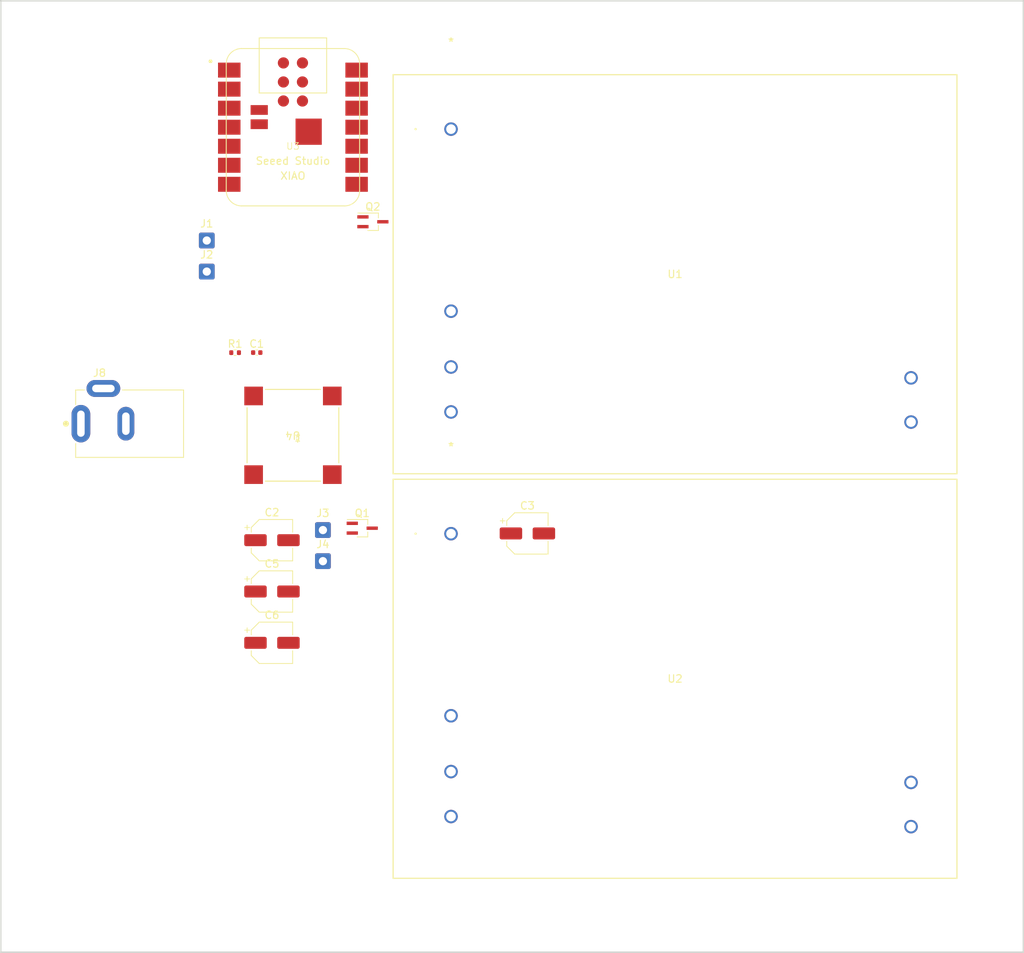
<source format=kicad_pcb>
(kicad_pcb (version 20221018) (generator pcbnew)
  (layers (0 "F.Cu" signal) (31 "B.Cu" signal) (34 "B.Paste" user) (35 "F.Paste" user) (36 "B.SilkS" user "B.Silkscreen") (37 "F.SilkS" user "F.Silkscreen") (38 "B.Mask" user) (39 "F.Mask" user) (44 "Edge.Cuts" user))
  (net 0 "")
  (net 1 "Net-(J5-Pin_2)")
  (net 2 "GND")
  (net 4 "+24V")
  (net 5 "Net-(J1-Pin_1)")
  (net 6 "Net-(J2-Pin_1)")
  (net 7 "Net-(Q2-D)")
  (net 8 "+5V")
  (net 9 "Net-(J3-Pin_1)")
  (net 10 "Net-(J4-Pin_1)")
  (net 11 "/ORANGE_INPUT")
  (net 12 "Net-(Q1-D)")
  (net 13 "/BLUE_INPUT")
  (net 26 "/UART_TX")
  (net 27 "/UART_RX")
  (net 28 "Net-(D1-K)")
  (footprint "Capacitor_SMD:CP_Elec_5x5.3" (layer "F.Cu") (at 89.7 96.5)
    (fp_text reference "C2" (at 0 -3.7) (layer "F.SilkS"))
    (fp_text value "10uF")
    (fp_line (start -3.625 -1.685) (end -3 -1.685) (stroke (width 0.12)) (layer "F.SilkS"))
    (fp_line (start -3.3125 -1.9975) (end -3.3125 -1.3725) (stroke (width 0.12)) (layer "F.SilkS"))
    (fp_line (start -2.76 -1.695563) (end -2.76 -1.06) (stroke (width 0.12)) (layer "F.SilkS"))
    (fp_line (start -2.76 -1.695563) (end -1.695563 -2.76) (stroke (width 0.12)) (layer "F.SilkS"))
    (fp_line (start -2.76 1.695563) (end -2.76 1.06) (stroke (width 0.12)) (layer "F.SilkS"))
    (fp_line (start -2.76 1.695563) (end -1.695563 2.76) (stroke (width 0.12)) (layer "F.SilkS"))
    (fp_line (start -1.695563 -2.76) (end 2.76 -2.76) (stroke (width 0.12)) (layer "F.SilkS"))
    (fp_line (start -1.695563 2.76) (end 2.76 2.76) (stroke (width 0.12)) (layer "F.SilkS"))
    (fp_line (start 2.76 -2.76) (end 2.76 -1.06) (stroke (width 0.12)) (layer "F.SilkS"))
    (fp_line (start 2.76 2.76) (end 2.76 1.06) (stroke (width 0.12)) (layer "F.SilkS"))
    (pad "1" smd roundrect (at -2.2 0) (size 3 1.6) (layers "F.Cu" "F.Paste" "F.Mask") (roundrect_rratio 0.15625) (net 8 "+5V"))
    (pad "2" smd roundrect (at 2.2 0) (size 3 1.6) (layers "F.Cu" "F.Paste" "F.Mask") (roundrect_rratio 0.15625) (net 2 "GND"))
  )
  (footprint "Connector_Wire:SolderWire-0.5sqmm_1x01_D0.9mm_OD2.1mm" (layer "F.Cu") (at 96.5 95.15)
    (fp_text reference "J3" (at 0 -2.25) (layer "F.SilkS"))
    (fp_text value "Conn_01x01")
    (pad "1" thru_hole roundrect (at 0 0) (size 2.1 2.1) (drill 1.1) (layers "*.Cu" "*.Mask") (roundrect_rratio 0.119048) (net 9 "Net-(J3-Pin_1)"))
  )
  (footprint "sunlight_pcb:DIP6_LDH-65_MWU" (layer "F.Cu") (at 113.599996 95.635101)
    (fp_text reference "U2" (at 29.900004 19.364899 unlocked) (layer "F.SilkS"))
    (fp_text value "LDH-65-700")
    (fp_text user "*" (at 0 -11.62667) (layer "F.SilkS"))
    (fp_text user "*" (at 0 -11.62667 unlocked) (layer "F.SilkS"))
    (fp_line (start -7.730096 -7.267001) (end -7.730096 45.996799) (stroke (width 0.1524)) (layer "F.SilkS"))
    (fp_line (start -7.730096 45.996799) (end 67.530104 45.996799) (stroke (width 0.1524)) (layer "F.SilkS"))
    (fp_line (start 67.530104 -7.267001) (end -7.730096 -7.267001) (stroke (width 0.1524)) (layer "F.SilkS"))
    (fp_line (start 67.530104 45.996799) (end 67.530104 -7.267001) (stroke (width 0.1524)) (layer "F.SilkS"))
    (fp_circle (center -4.728301 0) (end -4.652101 0) (stroke (width 0.1524)) (fill none) (layer "F.SilkS"))
    (pad "1" thru_hole circle (at 0.000001 0) (size 1.8034 1.8034) (drill 1.2954) (layers "*.Cu" "*.Mask") (net 4 "+24V"))
    (pad "2" thru_hole circle (at 0.000001 24.299999) (size 1.8034 1.8034) (drill 1.2954) (layers "*.Cu" "*.Mask") (net 2 "GND"))
    (pad "3" thru_hole circle (at 0.000001 31.75) (size 1.8034 1.8034) (drill 1.2954) (layers "*.Cu" "*.Mask") (net 2 "GND"))
    (pad "4" thru_hole circle (at 0.000001 37.75) (size 1.8034 1.8034) (drill 1.2954) (layers "*.Cu" "*.Mask") (net 12 "Net-(Q1-D)"))
    (pad "5" thru_hole circle (at 61.400001 39.1) (size 1.8034 1.8034) (drill 1.2954) (layers "*.Cu" "*.Mask") (net 10 "Net-(J4-Pin_1)"))
    (pad "6" thru_hole circle (at 61.400001 33.2) (size 1.8034 1.8034) (drill 1.2954) (layers "*.Cu" "*.Mask") (net 9 "Net-(J3-Pin_1)"))
  )
  (footprint "Capacitor_SMD:CP_Elec_5x5.3" (layer "F.Cu") (at 123.795 95.6)
    (fp_text reference "C3" (at 0 -3.7) (layer "F.SilkS"))
    (fp_text value "10uF")
    (fp_line (start -3.625 -1.685) (end -3 -1.685) (stroke (width 0.12)) (layer "F.SilkS"))
    (fp_line (start -3.3125 -1.9975) (end -3.3125 -1.3725) (stroke (width 0.12)) (layer "F.SilkS"))
    (fp_line (start -2.76 -1.695563) (end -2.76 -1.06) (stroke (width 0.12)) (layer "F.SilkS"))
    (fp_line (start -2.76 -1.695563) (end -1.695563 -2.76) (stroke (width 0.12)) (layer "F.SilkS"))
    (fp_line (start -2.76 1.695563) (end -2.76 1.06) (stroke (width 0.12)) (layer "F.SilkS"))
    (fp_line (start -2.76 1.695563) (end -1.695563 2.76) (stroke (width 0.12)) (layer "F.SilkS"))
    (fp_line (start -1.695563 -2.76) (end 2.76 -2.76) (stroke (width 0.12)) (layer "F.SilkS"))
    (fp_line (start -1.695563 2.76) (end 2.76 2.76) (stroke (width 0.12)) (layer "F.SilkS"))
    (fp_line (start 2.76 -2.76) (end 2.76 -1.06) (stroke (width 0.12)) (layer "F.SilkS"))
    (fp_line (start 2.76 2.76) (end 2.76 1.06) (stroke (width 0.12)) (layer "F.SilkS"))
    (pad "1" smd roundrect (at -2.2 0) (size 3 1.6) (layers "F.Cu" "F.Paste" "F.Mask") (roundrect_rratio 0.15625) (net 4 "+24V"))
    (pad "2" smd roundrect (at 2.2 0) (size 3 1.6) (layers "F.Cu" "F.Paste" "F.Mask") (roundrect_rratio 0.15625) (net 2 "GND"))
  )
  (footprint "Resistor_SMD:R_0402_1005Metric" (layer "F.Cu") (at 84.78 71.47)
    (fp_text reference "R1" (at 0 -1.17) (layer "F.SilkS"))
    (fp_text value "1k")
    (fp_line (start -0.153641 -0.38) (end 0.153641 -0.38) (stroke (width 0.12)) (layer "F.SilkS"))
    (fp_line (start -0.153641 0.38) (end 0.153641 0.38) (stroke (width 0.12)) (layer "F.SilkS"))
    (pad "1" smd roundrect (at -0.51 0) (size 0.54 0.64) (layers "F.Cu" "F.Paste" "F.Mask") (net 2 "GND"))
    (pad "2" smd roundrect (at 0.51 0) (size 0.54 0.64) (layers "F.Cu" "F.Paste" "F.Mask") (net 1 "Net-(J5-Pin_2)"))
  )
  (footprint "Connector_Wire:SolderWire-0.5sqmm_1x01_D0.9mm_OD2.1mm" (layer "F.Cu") (at 81 60.65)
    (fp_text reference "J2" (at 0 -2.25) (layer "F.SilkS"))
    (fp_text value "Conn_01x01")
    (pad "1" thru_hole roundrect (at 0 0) (size 2.1 2.1) (drill 1.1) (layers "*.Cu" "*.Mask") (roundrect_rratio 0.119048) (net 6 "Net-(J2-Pin_1)"))
  )
  (footprint "Capacitor_SMD:CP_Elec_5x5.3" (layer "F.Cu") (at 89.7 110.2)
    (fp_text reference "C6" (at 0 -3.7) (layer "F.SilkS"))
    (fp_text value "10uF")
    (fp_line (start -3.625 -1.685) (end -3 -1.685) (stroke (width 0.12)) (layer "F.SilkS"))
    (fp_line (start -3.3125 -1.9975) (end -3.3125 -1.3725) (stroke (width 0.12)) (layer "F.SilkS"))
    (fp_line (start -2.76 -1.695563) (end -2.76 -1.06) (stroke (width 0.12)) (layer "F.SilkS"))
    (fp_line (start -2.76 -1.695563) (end -1.695563 -2.76) (stroke (width 0.12)) (layer "F.SilkS"))
    (fp_line (start -2.76 1.695563) (end -2.76 1.06) (stroke (width 0.12)) (layer "F.SilkS"))
    (fp_line (start -2.76 1.695563) (end -1.695563 2.76) (stroke (width 0.12)) (layer "F.SilkS"))
    (fp_line (start -1.695563 -2.76) (end 2.76 -2.76) (stroke (width 0.12)) (layer "F.SilkS"))
    (fp_line (start -1.695563 2.76) (end 2.76 2.76) (stroke (width 0.12)) (layer "F.SilkS"))
    (fp_line (start 2.76 -2.76) (end 2.76 -1.06) (stroke (width 0.12)) (layer "F.SilkS"))
    (fp_line (start 2.76 2.76) (end 2.76 1.06) (stroke (width 0.12)) (layer "F.SilkS"))
    (pad "1" smd roundrect (at -2.2 0) (size 3 1.6) (layers "F.Cu" "F.Paste" "F.Mask") (roundrect_rratio 0.15625) (net 4 "+24V"))
    (pad "2" smd roundrect (at 2.2 0) (size 3 1.6) (layers "F.Cu" "F.Paste" "F.Mask") (roundrect_rratio 0.15625) (net 2 "GND"))
  )
  (footprint "Connector_Wire:SolderWire-0.5sqmm_1x01_D0.9mm_OD2.1mm" (layer "F.Cu") (at 81 56.5)
    (fp_text reference "J1" (at 0 -2.25) (layer "F.SilkS"))
    (fp_text value "Conn_01x01")
    (pad "1" thru_hole roundrect (at 0 0) (size 2.1 2.1) (drill 1.1) (layers "*.Cu" "*.Mask") (roundrect_rratio 0.119048) (net 5 "Net-(J1-Pin_1)"))
  )
  (footprint "sunlight_pcb:CUI_PJ-002AH" (layer "F.Cu") (at 64.2 80.95)
    (fp_text reference "J8" (at 2.485118 -6.76532) (layer "F.SilkS") (effects (font (size 1.000047 1.000047))))
    (fp_text value "PJ-002AH")
    (fp_line (start -0.7 -4.5) (end 0.45 -4.5) (stroke (width 0.127)) (layer "F.SilkS"))
    (fp_line (start -0.7 -2.55) (end -0.7 -4.5) (stroke (width 0.127)) (layer "F.SilkS"))
    (fp_line (start -0.7 4.5) (end -0.7 2.65) (stroke (width 0.127)) (layer "F.SilkS"))
    (fp_line (start 5.55 -4.5) (end 13.7 -4.5) (stroke (width 0.127)) (layer "F.SilkS"))
    (fp_line (start 13.7 -4.5) (end 13.7 4.5) (stroke (width 0.127)) (layer "F.SilkS"))
    (fp_line (start 13.7 4.5) (end -0.7 4.5) (stroke (width 0.127)) (layer "F.SilkS"))
    (fp_circle (center -2 0) (end -1.8 0) (stroke (width 0.4)) (fill none) (layer "F.SilkS"))
    (pad "1" thru_hole oval (at 0 0) (size 2.5 5) (drill oval 1 3.5) (layers "*.Cu" "*.Mask") (net 4 "+24V"))
    (pad "2" thru_hole oval (at 6 0) (size 2.25 4.5) (drill oval 1 3) (layers "*.Cu" "*.Mask") (net 2 "GND"))
    (pad "3" thru_hole oval (at 3 -4.7) (size 4.5 2.25) (drill oval 3 1) (layers "*.Cu" "*.Mask"))
  )
  (footprint "sunlight_pcb:DIP6_LDH-65_MWU" (layer "F.Cu") (at 113.599996 41.635101)
    (fp_text reference "U1" (at 29.900004 19.364899 unlocked) (layer "F.SilkS"))
    (fp_text value "LDH-65-700")
    (fp_text user "*" (at 0 -11.62667) (layer "F.SilkS"))
    (fp_text user "*" (at 0 -11.62667 unlocked) (layer "F.SilkS"))
    (fp_line (start -7.730096 -7.267001) (end -7.730096 45.996799) (stroke (width 0.1524)) (layer "F.SilkS"))
    (fp_line (start -7.730096 45.996799) (end 67.530104 45.996799) (stroke (width 0.1524)) (layer "F.SilkS"))
    (fp_line (start 67.530104 -7.267001) (end -7.730096 -7.267001) (stroke (width 0.1524)) (layer "F.SilkS"))
    (fp_line (start 67.530104 45.996799) (end 67.530104 -7.267001) (stroke (width 0.1524)) (layer "F.SilkS"))
    (fp_circle (center -4.728301 0) (end -4.652101 0) (stroke (width 0.1524)) (fill none) (layer "F.SilkS"))
    (pad "1" thru_hole circle (at 0.000001 0) (size 1.8034 1.8034) (drill 1.2954) (layers "*.Cu" "*.Mask") (net 4 "+24V"))
    (pad "2" thru_hole circle (at 0.000001 24.299999) (size 1.8034 1.8034) (drill 1.2954) (layers "*.Cu" "*.Mask") (net 2 "GND"))
    (pad "3" thru_hole circle (at 0.000001 31.75) (size 1.8034 1.8034) (drill 1.2954) (layers "*.Cu" "*.Mask") (net 2 "GND"))
    (pad "4" thru_hole circle (at 0.000001 37.75) (size 1.8034 1.8034) (drill 1.2954) (layers "*.Cu" "*.Mask") (net 7 "Net-(Q2-D)"))
    (pad "5" thru_hole circle (at 61.400001 39.1) (size 1.8034 1.8034) (drill 1.2954) (layers "*.Cu" "*.Mask") (net 6 "Net-(J2-Pin_1)"))
    (pad "6" thru_hole circle (at 61.400001 33.2) (size 1.8034 1.8034) (drill 1.2954) (layers "*.Cu" "*.Mask") (net 5 "Net-(J1-Pin_1)"))
  )
  (footprint "Capacitor_SMD:CP_Elec_5x5.3" (layer "F.Cu") (at 89.7 103.35)
    (fp_text reference "C5" (at 0 -3.7) (layer "F.SilkS"))
    (fp_text value "10uF")
    (fp_line (start -3.625 -1.685) (end -3 -1.685) (stroke (width 0.12)) (layer "F.SilkS"))
    (fp_line (start -3.3125 -1.9975) (end -3.3125 -1.3725) (stroke (width 0.12)) (layer "F.SilkS"))
    (fp_line (start -2.76 -1.695563) (end -2.76 -1.06) (stroke (width 0.12)) (layer "F.SilkS"))
    (fp_line (start -2.76 -1.695563) (end -1.695563 -2.76) (stroke (width 0.12)) (layer "F.SilkS"))
    (fp_line (start -2.76 1.695563) (end -2.76 1.06) (stroke (width 0.12)) (layer "F.SilkS"))
    (fp_line (start -2.76 1.695563) (end -1.695563 2.76) (stroke (width 0.12)) (layer "F.SilkS"))
    (fp_line (start -1.695563 -2.76) (end 2.76 -2.76) (stroke (width 0.12)) (layer "F.SilkS"))
    (fp_line (start -1.695563 2.76) (end 2.76 2.76) (stroke (width 0.12)) (layer "F.SilkS"))
    (fp_line (start 2.76 -2.76) (end 2.76 -1.06) (stroke (width 0.12)) (layer "F.SilkS"))
    (fp_line (start 2.76 2.76) (end 2.76 1.06) (stroke (width 0.12)) (layer "F.SilkS"))
    (pad "1" smd roundrect (at -2.2 0) (size 3 1.6) (layers "F.Cu" "F.Paste" "F.Mask") (roundrect_rratio 0.15625) (net 4 "+24V"))
    (pad "2" smd roundrect (at 2.2 0) (size 3 1.6) (layers "F.Cu" "F.Paste" "F.Mask") (roundrect_rratio 0.15625) (net 2 "GND"))
  )
  (footprint "sunlight_pcb:LMTOE78_0.5_GAP" (layer "F.Cu") (at 92.5 82.5 180)
    (fp_text reference "U4" (at 0 0 180 unlocked) (layer "F.SilkS"))
    (fp_text value "LMTOE78_03-0.5")
    (fp_text user "*" (at -0.635 -0.381) (layer "F.SilkS"))
    (fp_text user "*" (at -0.635 -0.381 180 unlocked) (layer "F.SilkS"))
    (fp_line (start -6.1214 -3.67266) (end -6.1214 3.67266) (stroke (width 0.1524)) (layer "F.SilkS"))
    (fp_line (start -3.67266 6.1214) (end 3.67266 6.1214) (stroke (width 0.1524)) (layer "F.SilkS"))
    (fp_line (start 3.67266 -6.1214) (end -3.67266 -6.1214) (stroke (width 0.1524)) (layer "F.SilkS"))
    (fp_line (start 6.1214 3.67266) (end 6.1214 -3.67266) (stroke (width 0.1524)) (layer "F.SilkS"))
    (pad "1" smd rect (at -5.25 -5.25 180) (size 2.4892 2.4892) (layers "F.Cu" "F.Paste" "F.Mask") (net 4 "+24V"))
    (pad "2" smd rect (at -5.25 5.25 180) (size 2.4892 2.4892) (layers "F.Cu" "F.Paste" "F.Mask"))
    (pad "3" smd rect (at 5.25 5.25 180) (size 2.4892 2.4892) (layers "F.Cu" "F.Paste" "F.Mask") (net 8 "+5V"))
    (pad "4" smd rect (at 5.25 -5.25 180) (size 2.4892 2.4892) (layers "F.Cu" "F.Paste" "F.Mask") (net 2 "GND"))
  )
  (footprint "Connector_Wire:SolderWire-0.5sqmm_1x01_D0.9mm_OD2.1mm" (layer "F.Cu") (at 96.5 99.3)
    (fp_text reference "J4" (at 0 -2.25) (layer "F.SilkS"))
    (fp_text value "Conn_01x01")
    (pad "1" thru_hole roundrect (at 0 0) (size 2.1 2.1) (drill 1.1) (layers "*.Cu" "*.Mask") (roundrect_rratio 0.119048) (net 10 "Net-(J4-Pin_1)"))
  )
  (footprint "Capacitor_SMD:C_0402_1005Metric" (layer "F.Cu") (at 87.67 71.46)
    (fp_text reference "C1" (at 0 -1.16) (layer "F.SilkS"))
    (fp_text value "100nF")
    (fp_line (start -0.107836 -0.36) (end 0.107836 -0.36) (stroke (width 0.12)) (layer "F.SilkS"))
    (fp_line (start -0.107836 0.36) (end 0.107836 0.36) (stroke (width 0.12)) (layer "F.SilkS"))
    (pad "1" smd roundrect (at -0.48 0) (size 0.56 0.62) (layers "F.Cu" "F.Paste" "F.Mask") (net 1 "Net-(J5-Pin_2)"))
    (pad "2" smd roundrect (at 0.48 0) (size 0.56 0.62) (layers "F.Cu" "F.Paste" "F.Mask") (net 2 "GND"))
  )
  (footprint "Package_TO_SOT_SMD:SOT-323_SC-70_Handsoldering" (layer "F.Cu") (at 101.75 94.9)
    (fp_text reference "Q1" (at 0 -2) (layer "F.SilkS"))
    (fp_text value "DMN63D8LW")
    (fp_line (start -0.675 1.16) (end 0.735 1.16) (stroke (width 0.12)) (layer "F.SilkS"))
    (fp_line (start 0.735 -1.17) (end 0.735 -0.5) (stroke (width 0.12)) (layer "F.SilkS"))
    (fp_line (start 0.735 -1.16) (end -2 -1.16) (stroke (width 0.12)) (layer "F.SilkS"))
    (fp_line (start 0.735 0.5) (end 0.735 1.16) (stroke (width 0.12)) (layer "F.SilkS"))
    (pad "1" smd rect (at -1.33 -0.65 270) (size 0.45 1.5) (layers "F.Cu" "F.Paste" "F.Mask") (net 11 "/ORANGE_INPUT"))
    (pad "2" smd rect (at -1.33 0.65 270) (size 0.45 1.5) (layers "F.Cu" "F.Paste" "F.Mask") (net 2 "GND"))
    (pad "3" smd rect (at 1.33 0 270) (size 0.45 1.5) (layers "F.Cu" "F.Paste" "F.Mask") (net 12 "Net-(Q1-D)"))
  )
  (footprint "Package_TO_SOT_SMD:SOT-323_SC-70_Handsoldering" (layer "F.Cu") (at 103.17 54)
    (fp_text reference "Q2" (at 0 -2) (layer "F.SilkS"))
    (fp_text value "DMN63D8LW")
    (fp_line (start -0.675 1.16) (end 0.735 1.16) (stroke (width 0.12)) (layer "F.SilkS"))
    (fp_line (start 0.735 -1.17) (end 0.735 -0.5) (stroke (width 0.12)) (layer "F.SilkS"))
    (fp_line (start 0.735 -1.16) (end -2 -1.16) (stroke (width 0.12)) (layer "F.SilkS"))
    (fp_line (start 0.735 0.5) (end 0.735 1.16) (stroke (width 0.12)) (layer "F.SilkS"))
    (pad "1" smd rect (at -1.33 -0.65 270) (size 0.45 1.5) (layers "F.Cu" "F.Paste" "F.Mask") (net 13 "/BLUE_INPUT"))
    (pad "2" smd rect (at -1.33 0.65 270) (size 0.45 1.5) (layers "F.Cu" "F.Paste" "F.Mask") (net 2 "GND"))
    (pad "3" smd rect (at 1.33 0 270) (size 0.45 1.5) (layers "F.Cu" "F.Paste" "F.Mask") (net 7 "Net-(Q2-D)"))
  )
  (footprint "sunlight_pcb:XIAO-ESP32C3-14P-2.54-21X17.8MM" (layer "F.Cu") (at 92.5 41.38)
    (fp_text reference "U3" (at 0 2.54) (layer "F.SilkS") (effects (font (size 0.889 0.889) (thickness 0.1016))))
    (fp_text value "SeeedStudio ESP32-C3" hide)
    (fp_text user "Seeed Studio" (at 0 4.5 unlocked) (layer "F.SilkS"))
    (fp_text user "XIAO" (at 0 6.5 unlocked) (layer "F.SilkS"))
    (fp_line (start -8.9 -8.5) (end -8.9 8.5) (stroke (width 0.127)) (layer "F.SilkS"))
    (fp_line (start -6.9 10.5) (end 6.9 10.5) (stroke (width 0.127)) (layer "F.SilkS"))
    (fp_line (start -4.5 -11.92403) (end 4.5 -11.92403) (stroke (width 0.127)) (layer "F.SilkS"))
    (fp_line (start -4.5 -4.57073) (end -4.5 -11.92403) (stroke (width 0.127)) (layer "F.SilkS"))
    (fp_line (start 4.5 -11.92403) (end 4.5 -4.57073) (stroke (width 0.127)) (layer "F.SilkS"))
    (fp_line (start 4.5 -4.57073) (end -4.5 -4.57073) (stroke (width 0.127)) (layer "F.SilkS"))
    (fp_line (start 6.9 -10.49909) (end -6.9 -10.49909) (stroke (width 0.127)) (layer "F.SilkS"))
    (fp_line (start 8.9 8.5) (end 8.9 -8.5) (stroke (width 0.127)) (layer "F.SilkS"))
    (fp_arc (start -8.9 -8.5) (mid -8.301491 -9.901491) (end -6.9 -10.5) (stroke (width 0.12)) (layer "F.SilkS"))
    (fp_arc (start -6.9 10.5) (mid -8.301423 9.901423) (end -8.9 8.5) (stroke (width 0.12)) (layer "F.SilkS"))
    (fp_arc (start 6.9 -10.5) (mid 8.301492 -9.901492) (end 8.9 -8.5) (stroke (width 0.12)) (layer "F.SilkS"))
    (fp_arc (start 8.9 8.5) (mid 8.314214 9.914214) (end 6.9 10.5) (stroke (width 0.12)) (layer "F.SilkS"))
    (fp_circle (center -11 -8.8) (end -11 -9.054) (fill solid) (layer "F.SilkS"))
    (fp_poly (pts (xy -8.887715 -8.561705) (xy -8.884667 -8.610473) (xy -8.880603 -8.659494)) (stroke (width 0.0254)) (fill none) (layer "F.SilkS"))
    (fp_poly (pts (xy 8.889492 8.521574) (xy 8.887713 8.57085) (xy 8.884665 8.619618) (xy 8.880601 8.668639) (xy 8.875268 8.717407) (xy 8.868664 8.766175) (xy 8.861044 8.81469) (xy 8.852153 8.86295) (xy 8.842248 8.910955)) (stroke (width 0.0254)) (fill none) (layer "F.SilkS"))
    (pad "1" smd rect (at -8.5 -7.62) (size 3 2) (layers "F.Cu" "F.Paste" "F.Mask") (net 1 "Net-(J5-Pin_2)"))
    (pad "2" smd rect (at -8.5 -5.08) (size 3 2) (layers "F.Cu" "F.Paste" "F.Mask"))
    (pad "3" smd rect (at -8.5 -2.54) (size 3 2) (layers "F.Cu" "F.Paste" "F.Mask"))
    (pad "4" smd rect (at -8.5 0) (size 3 2) (layers "F.Cu" "F.Paste" "F.Mask"))
    (pad "5" smd rect (at -8.5 2.54) (size 3 2) (layers "F.Cu" "F.Paste" "F.Mask") (net 11 "/ORANGE_INPUT"))
    (pad "6" smd rect (at -8.5 5.08 180) (size 3 2) (layers "F.Cu" "F.Paste" "F.Mask") (net 13 "/BLUE_INPUT"))
    (pad "7" smd rect (at -8.5 7.62) (size 3 2) (layers "F.Cu" "F.Paste" "F.Mask") (net 26 "/UART_TX"))
    (pad "8" smd rect (at 8.5 7.62) (size 3 2) (layers "F.Cu" "F.Paste" "F.Mask") (net 27 "/UART_RX"))
    (pad "9" smd rect (at 8.5 5.08) (size 3 2) (layers "F.Cu" "F.Paste" "F.Mask"))
    (pad "10" smd rect (at 8.5 2.54) (size 3 2) (layers "F.Cu" "F.Paste" "F.Mask"))
    (pad "11" smd rect (at 8.5 0) (size 3 2) (layers "F.Cu" "F.Paste" "F.Mask"))
    (pad "12" smd rect (at 8.5 -2.54) (size 3 2) (layers "F.Cu" "F.Paste" "F.Mask"))
    (pad "13" smd rect (at 8.5 -5.08) (size 3 2) (layers "F.Cu" "F.Paste" "F.Mask") (net 2 "GND"))
    (pad "14" smd rect (at 8.5 -7.62) (size 3 2) (layers "F.Cu" "F.Paste" "F.Mask") (net 28 "Net-(D1-K)"))
    (pad "15" smd circle (at -1.27 -8.58 90) (size 1.5 1.5) (layers "F.Cu" "F.Paste" "F.Mask"))
    (pad "16" smd circle (at 1.27 -8.58 90) (size 1.5 1.5) (layers "F.Cu" "F.Paste" "F.Mask"))
    (pad "17" smd circle (at -1.27 -6.04 90) (size 1.5 1.5) (layers "F.Cu" "F.Paste" "F.Mask"))
    (pad "18" smd circle (at 1.27 -6.04 90) (size 1.5 1.5) (layers "F.Cu" "F.Paste" "F.Mask"))
    (pad "19" smd circle (at -1.27 -3.5 90) (size 1.5 1.5) (layers "F.Cu" "F.Paste" "F.Mask"))
    (pad "20" smd circle (at 1.27 -3.5 90) (size 1.5 1.5) (layers "F.Cu" "F.Paste" "F.Mask"))
    (pad "21" smd rect (at -4.5 -2.3 180) (size 2.3 1.3) (layers "F.Cu" "F.Paste" "F.Mask"))
    (pad "22" smd rect (at -4.5 -0.4 180) (size 2.3 1.3) (layers "F.Cu" "F.Paste" "F.Mask"))
    (pad "23" smd rect (at 2.1 0.6 180) (size 3.5 3.5) (layers "F.Cu" "F.Paste" "F.Mask"))
  )
  (gr_rect (start 53.5 24.5) (end 190 151.5) (stroke (width 0.2)) (fill none) (layer "Edge.Cuts"))
)
</source>
